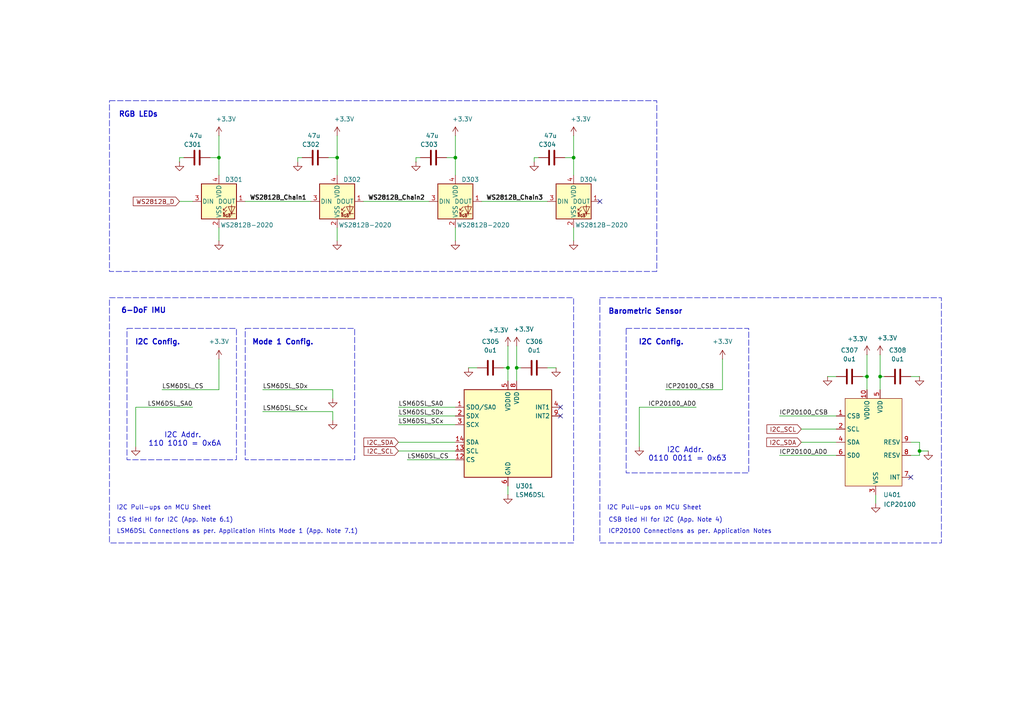
<source format=kicad_sch>
(kicad_sch (version 20231120) (generator "eeschema") (generator_version "8.0")
  (paper "A4")
  (title_block (title "BASM SOUNDCARD") (rev "1") (company "BUCHAREST APPLIED STEAM MUSEUM") (comment 1 "Updated RGB LED P/N to WS2812B-2020"))
  (lib_symbols
    (symbol "Device:C" (pin_numbers hide) (pin_names (offset 0.254))
      (property "Reference" "C" (at 0.635 2.54 0))
      (property "Value" "C" (at 0.635 -2.54 0))
      (symbol "C_0_1"
        (polyline (pts (xy -2.032 -0.762) (xy 2.032 -0.762)) (stroke (width 0.508)))
        (polyline (pts (xy -2.032 0.762) (xy 2.032 0.762)) (stroke (width 0.508)))
      )
      (symbol "C_1_1"
        (pin passive line (at 0 3.81 270) (length 2.794) (name "~") (number "1"))
        (pin passive line (at 0 -3.81 90) (length 2.794) (name "~") (number "2"))
      )
    )
    (symbol "LED:SK6812MINI" (pin_names (offset 0.254))
      (property "Reference" "D" (at 5.08 5.715 0))
      (property "Value" "SK6812MINI" (at 1.27 -5.715 0))
      (symbol "SK6812MINI_0_0"
        (text "RGB" (at 2.286 -4.191 0) (effects (font (size 0.762 0.762))))
      )
      (symbol "SK6812MINI_0_1"
        (polyline (pts (xy 1.27 -3.556) (xy 1.778 -3.556)))
        (polyline (pts (xy 1.27 -2.54) (xy 1.778 -2.54)))
        (polyline (pts (xy 4.699 -3.556) (xy 2.667 -3.556)))
        (polyline (pts (xy 2.286 -2.54) (xy 1.27 -3.556) (xy 1.27 -3.048)))
        (polyline (pts (xy 2.286 -1.524) (xy 1.27 -2.54) (xy 1.27 -2.032)))
        (polyline (pts (xy 3.683 -1.016) (xy 3.683 -3.556) (xy 3.683 -4.064)))
        (polyline (pts (xy 4.699 -1.524) (xy 2.667 -1.524) (xy 3.683 -3.556) (xy 4.699 -1.524)))
        (rectangle (start 5.08 5.08) (end -5.08 -5.08) (stroke (width 0.254)) (fill (type background)))
      )
      (symbol "SK6812MINI_1_1"
        (pin output line (at 7.62 0 180) (length 2.54) (name "DOUT") (number "1"))
        (pin power_in line (at 0 -7.62 90) (length 2.54) (name "VSS") (number "2"))
        (pin input line (at -7.62 0 0) (length 2.54) (name "DIN") (number "3"))
        (pin power_in line (at 0 7.62 270) (length 2.54) (name "VDD") (number "4"))
      )
    )
    (symbol "Sensor_Motion:LSM6DSL"
      (property "Reference" "U" (at -11.43 15.24 0))
      (property "Value" "LSM6DSL" (at -11.43 12.7 0))
      (symbol "LSM6DSL_0_1"
        (rectangle (start -12.7 12.7) (end 12.7 -12.7) (stroke (width 0.254)) (fill (type background)))
      )
      (symbol "LSM6DSL_1_1"
        (pin bidirectional line (at -15.24 7.62 0) (length 2.54) (name "SDO/SA0") (number "1"))
        (pin no_connect line (at 12.7 -5.08 180) (length 3.81) hide (name "NC") (number "10"))
        (pin no_connect line (at 12.7 -2.54 180) (length 3.81) hide (name "NC") (number "11"))
        (pin input line (at -15.24 -7.62 0) (length 2.54) (name "CS") (number "12"))
        (pin input line (at -15.24 -5.08 0) (length 2.54) (name "SCL") (number "13"))
        (pin bidirectional line (at -15.24 -2.54 0) (length 2.54) (name "SDA") (number "14"))
        (pin bidirectional line (at -15.24 5.08 0) (length 2.54) (name "SDX") (number "2"))
        (pin input line (at -15.24 2.54 0) (length 2.54) (name "SCX") (number "3"))
        (pin output line (at 15.24 7.62 180) (length 2.54) (name "INT1") (number "4"))
        (pin power_in line (at 0 15.24 270) (length 2.54) (name "VDDIO") (number "5"))
        (pin power_in line (at 0 -15.24 90) (length 2.54) (name "GND") (number "6"))
        (pin passive line (at 0 -15.24 90) (length 2.54) hide (name "GND") (number "7"))
        (pin power_in line (at 2.54 15.24 270) (length 2.54) (name "VDD") (number "8"))
        (pin output line (at 15.24 5.08 180) (length 2.54) (name "INT2") (number "9"))
      )
    )
    (symbol "TDK:ICP-20100"
      (property "Reference" "U" (at 0 0 0))
      (symbol "ICP-20100_1_1"
        (rectangle (start -20.32 -2.54) (end -3.81 -27.94) (fill (type background)))
        (pin bidirectional line (at -22.86 -7.62 0) (length 2.54) (name "CSB") (number "1"))
        (pin power_in line (at -13.97 0 270) (length 2.54) (name "VDDIO") (number "10"))
        (pin bidirectional line (at -22.86 -11.43 0) (length 2.54) (name "SCL") (number "2"))
        (pin power_in line (at -11.43 -30.48 90) (length 2.54) (name "VSS") (number "3"))
        (pin bidirectional line (at -22.86 -15.24 0) (length 2.54) (name "SDA") (number "4"))
        (pin power_in line (at -10.16 0 270) (length 2.54) (name "VDD") (number "5"))
        (pin bidirectional line (at -22.86 -19.05 0) (length 2.54) (name "SD0") (number "6"))
        (pin output line (at -1.27 -25.4 180) (length 2.54) (name "INT") (number "7"))
        (pin power_in line (at -1.27 -19.05 180) (length 2.54) (name "RESV") (number "8"))
        (pin power_in line (at -1.27 -15.24 180) (length 2.54) (name "RESV") (number "9"))
      )
    )
    (symbol "power:+3.3V" (power) (pin_numbers hide) (pin_names (offset 0) hide)
      (property "Value" "+3.3V" (at 0 3.556 0))
      (symbol "+3.3V_0_1"
        (polyline (pts (xy -0.762 1.27) (xy 0 2.54)))
        (polyline (pts (xy 0 0) (xy 0 2.54)))
        (polyline (pts (xy 0 2.54) (xy 0.762 1.27)))
      )
      (symbol "+3.3V_1_1"
        (pin power_in line (at 0 0 90) (length 0) (name "~") (number "1"))
      )
    )
    (symbol "power:GND" (power) (pin_numbers hide) (pin_names (offset 0) hide)
      (property "Value" "GND" (at 0 -3.81 0))
      (symbol "GND_0_1"
        (polyline (pts (xy 0 0) (xy 0 -1.27) (xy 1.27 -1.27) (xy 0 -2.54) (xy -1.27 -1.27) (xy 0 -1.27)))
      )
      (symbol "GND_1_1"
        (pin power_in line (at 0 0 270) (length 0) (name "~") (number "1"))
      )
    )
  )
  (junction (at 97.79 45.72))
  (junction (at 166.37 45.72))
  (junction (at 149.86 106.68))
  (junction (at 266.7 130.81))
  (junction (at 255.27 109.22))
  (junction (at 63.5 45.72))
  (junction (at 132.08 45.72))
  (junction (at 147.32 106.68))
  (junction (at 251.46 109.22))
  (no_connect (at 162.56 120.65))
  (no_connect (at 264.16 138.43))
  (no_connect (at 173.99 58.42))
  (no_connect (at 162.56 118.11))
  (wire (pts (xy 96.52 115.57) (xy 96.52 113.03)))
  (wire (pts (xy 53.34 45.72) (xy 52.07 45.72)))
  (wire (pts (xy 209.55 113.03) (xy 209.55 104.14)))
  (wire (pts (xy 132.08 45.72) (xy 132.08 50.8)))
  (wire (pts (xy 149.86 100.33) (xy 149.86 106.68)))
  (wire (pts (xy 115.57 123.19) (xy 132.08 123.19)))
  (wire (pts (xy 115.57 118.11) (xy 132.08 118.11)))
  (wire (pts (xy 266.7 130.81) (xy 266.7 128.27)))
  (wire (pts (xy 118.11 133.35) (xy 132.08 133.35)))
  (wire (pts (xy 226.06 132.08) (xy 242.57 132.08)))
  (wire (pts (xy 147.32 100.33) (xy 147.32 106.68)))
  (wire (pts (xy 166.37 66.04) (xy 166.37 69.85)))
  (wire (pts (xy 266.7 130.81) (xy 269.24 130.81)))
  (wire (pts (xy 158.75 106.68) (xy 161.29 106.68)))
  (wire (pts (xy 185.42 118.11) (xy 185.42 129.54)))
  (wire (pts (xy 266.7 132.08) (xy 266.7 130.81)))
  (wire (pts (xy 97.79 45.72) (xy 97.79 39.37)))
  (wire (pts (xy 63.5 113.03) (xy 63.5 104.14)))
  (wire (pts (xy 60.96 45.72) (xy 63.5 45.72)))
  (wire (pts (xy 266.7 128.27) (xy 264.16 128.27)))
  (wire (pts (xy 71.12 58.42) (xy 90.17 58.42)))
  (wire (pts (xy 87.63 45.72) (xy 86.36 45.72)))
  (wire (pts (xy 255.27 109.22) (xy 256.54 109.22)))
  (wire (pts (xy 226.06 120.65) (xy 242.57 120.65)))
  (wire (pts (xy 63.5 45.72) (xy 63.5 50.8)))
  (wire (pts (xy 132.08 66.04) (xy 132.08 69.85)))
  (wire (pts (xy 52.07 45.72) (xy 52.07 46.99)))
  (wire (pts (xy 264.16 109.22) (xy 266.7 109.22)))
  (wire (pts (xy 95.25 45.72) (xy 97.79 45.72)))
  (wire (pts (xy 154.94 45.72) (xy 154.94 46.99)))
  (wire (pts (xy 251.46 109.22) (xy 251.46 113.03)))
  (wire (pts (xy 264.16 132.08) (xy 266.7 132.08)))
  (wire (pts (xy 185.42 118.11) (xy 201.93 118.11)))
  (wire (pts (xy 63.5 45.72) (xy 63.5 39.37)))
  (wire (pts (xy 147.32 106.68) (xy 147.32 110.49)))
  (wire (pts (xy 97.79 66.04) (xy 97.79 69.85)))
  (wire (pts (xy 149.86 106.68) (xy 151.13 106.68)))
  (wire (pts (xy 146.05 106.68) (xy 147.32 106.68)))
  (wire (pts (xy 156.21 45.72) (xy 154.94 45.72)))
  (wire (pts (xy 139.7 58.42) (xy 158.75 58.42)))
  (wire (pts (xy 232.41 128.27) (xy 242.57 128.27)))
  (wire (pts (xy 39.37 118.11) (xy 39.37 129.54)))
  (wire (pts (xy 63.5 66.04) (xy 63.5 69.85)))
  (wire (pts (xy 97.79 45.72) (xy 97.79 50.8)))
  (wire (pts (xy 166.37 45.72) (xy 166.37 50.8)))
  (wire (pts (xy 96.52 121.92) (xy 96.52 119.38)))
  (wire (pts (xy 105.41 58.42) (xy 124.46 58.42)))
  (wire (pts (xy 39.37 118.11) (xy 55.88 118.11)))
  (wire (pts (xy 135.89 106.68) (xy 138.43 106.68)))
  (wire (pts (xy 255.27 109.22) (xy 255.27 113.03)))
  (wire (pts (xy 232.41 124.46) (xy 242.57 124.46)))
  (wire (pts (xy 121.92 45.72) (xy 120.65 45.72)))
  (wire (pts (xy 251.46 102.87) (xy 251.46 109.22)))
  (wire (pts (xy 52.07 58.42) (xy 55.88 58.42)))
  (wire (pts (xy 76.2 113.03) (xy 96.52 113.03)))
  (wire (pts (xy 129.54 45.72) (xy 132.08 45.72)))
  (wire (pts (xy 147.32 140.97) (xy 147.32 143.51)))
  (wire (pts (xy 255.27 102.87) (xy 255.27 109.22)))
  (wire (pts (xy 240.03 109.22) (xy 242.57 109.22)))
  (wire (pts (xy 254 146.05) (xy 254 143.51)))
  (wire (pts (xy 115.57 130.81) (xy 132.08 130.81)))
  (wire (pts (xy 163.83 45.72) (xy 166.37 45.72)))
  (wire (pts (xy 149.86 106.68) (xy 149.86 110.49)))
  (wire (pts (xy 115.57 128.27) (xy 132.08 128.27)))
  (wire (pts (xy 120.65 45.72) (xy 120.65 46.99)))
  (wire (pts (xy 132.08 45.72) (xy 132.08 39.37)))
  (wire (pts (xy 166.37 45.72) (xy 166.37 39.37)))
  (wire (pts (xy 209.55 113.03) (xy 193.04 113.03)))
  (wire (pts (xy 63.5 113.03) (xy 46.99 113.03)))
  (wire (pts (xy 86.36 45.72) (xy 86.36 46.99)))
  (wire (pts (xy 250.19 109.22) (xy 251.46 109.22)))
  (wire (pts (xy 115.57 120.65) (xy 132.08 120.65)))
  (wire (pts (xy 76.2 119.38) (xy 96.52 119.38)))
  (rectangle (start 181.61 95.25) (end 217.17 137.16) (stroke (width 0) (type dash)))
  (rectangle (start 31.75 86.36) (end 166.37 157.48) (stroke (width 0) (type dash)))
  (rectangle (start 36.83 95.25) (end 68.58 133.35) (stroke (width 0) (type dash)))
  (rectangle (start 173.99 86.36) (end 273.05 157.48) (stroke (width 0) (type dash)))
  (rectangle (start 71.12 95.25) (end 102.87 133.35) (stroke (width 0) (type dash)))
  (rectangle (start 31.75 29.21) (end 190.5 78.74) (stroke (width 0) (type dash)))
  (text "I2C Config." (at 45.72 99.314 0) (effects (font (size 1.524 1.524) (thickness 0.3048) (bold yes))))
  (text "CS tied HI for I2C (App. Note 6.1)" (at 50.8 150.876 0) (effects (font (size 1.27 1.27))))
  (text "CSB tied HI for I2C (App. Note 4)" (at 193.04 150.876 0) (effects (font (size 1.27 1.27))))
  (text "I2C Config." (at 191.77 99.314 0) (effects (font (size 1.524 1.524) (thickness 0.3048) (bold yes))))
  (text "Barometric Sensor" (at 187.198 90.424 0) (effects (font (size 1.524 1.524) (thickness 0.3048) (bold yes))))
  (text "RGB LEDs" (at 40.132 33.274 0) (effects (font (size 1.524 1.524) (thickness 0.3048) (bold yes))))
  (text "6-DoF IMU" (at 41.656 90.17 0) (effects (font (size 1.524 1.524) (thickness 0.3048) (bold yes))))
  (text "I2C Pull-ups on MCU Sheet" (at 189.738 147.32 0) (effects (font (size 1.27 1.27))))
  (text "I2C Pull-ups on MCU Sheet" (at 47.498 147.32 0) (effects (font (size 1.27 1.27))))
  (text "I2C Addr. \n0110 0011 = 0x63" (at 199.39 131.826 0) (effects (font (size 1.524 1.524) (thickness 0.1905))))
  (text "I2C Addr. \n110 1010 = 0x6A" (at 53.594 127.508 0) (effects (font (size 1.524 1.524) (thickness 0.1905))))
  (text "LSM6DSL Connections as per. Application Hints Mode 1 (App. Note 7.1)" (at 68.834 154.178 0) (effects (font (size 1.27 1.27))))
  (text "ICP20100 Connections as per. Application Notes" (at 200.152 154.178 0) (effects (font (size 1.27 1.27))))
  (text "Mode 1 Config." (at 82.042 99.314 0) (effects (font (size 1.524 1.524) (thickness 0.3048) (bold yes))))
  (label "LSM6DSL_SDx" (at 76.2 113.03 0))
  (label "LSM6DSL_SA0" (at 55.88 118.11 180))
  (label "ICP20100_CSB" (at 226.06 120.65 0))
  (label "LSM6DSL_CS" (at 118.11 133.35 0))
  (label "LSM6DSL_SCx" (at 76.2 119.38 0))
  (label "WS2812B_Chain2" (at 106.68 58.42 0) (effects (font (thickness 0.254) (bold yes))))
  (label "LSM6DSL_SA0" (at 115.57 118.11 0))
  (label "WS2812B_Chain1" (at 72.39 58.42 0) (effects (font (thickness 0.254) (bold yes))))
  (label "LSM6DSL_CS" (at 46.99 113.03 0))
  (label "LSM6DSL_SCx" (at 115.57 123.19 0))
  (label "LSM6DSL_SDx" (at 115.57 120.65 0))
  (label "ICP20100_AD0" (at 226.06 132.08 0))
  (label "ICP20100_CSB" (at 193.04 113.03 0))
  (label "ICP20100_AD0" (at 201.93 118.11 180))
  (label "WS2812B_Chain3" (at 140.97 58.42 0) (effects (font (thickness 0.254) (bold yes))))
  (global_label "I2C_SCL" (shape input) (at 115.57 130.81 180) (property "Intersheetrefs" "${INTERSHEET_REFS}" (effects (hide yes))))
  (global_label "I2C_SCL" (shape input) (at 232.41 124.46 180) (property "Intersheetrefs" "${INTERSHEET_REFS}" (effects (hide yes))))
  (global_label "WS2812B_D" (shape input) (at 52.07 58.42 180) (property "Intersheetrefs" "${INTERSHEET_REFS}" (effects (hide yes))))
  (global_label "I2C_SDA" (shape input) (at 232.41 128.27 180) (property "Intersheetrefs" "${INTERSHEET_REFS}" (effects (hide yes))))
  (global_label "I2C_SDA" (shape input) (at 115.57 128.27 180) (property "Intersheetrefs" "${INTERSHEET_REFS}" (effects (hide yes))))
  (symbol (lib_id "power:GND") (at 154.94 46.99 0) (unit 1)
    (property "Reference" "#PWR070" (effects (hide yes)))
    (property "Value" "GND" (effects (hide yes)))
    (property "Description" "Power symbol creates a global label with name \"GND\" , ground" (effects (hide yes)))
  )
  (symbol (lib_id "TDK:ICP-20100") (at 265.43 113.03 0) (unit 1)
    (property "Reference" "U401" (at 256.1941 143.51 0) (effects (justify left)))
    (property "Value" "ICP20100" (at 256.286 146.304 0) (effects (justify left)))
    (property "Footprint" "Package_LGA:ST_HLGA-10_2x2mm_P0.5mm_LayoutBorder3x2y" (effects (hide yes)))
  )
  (symbol (lib_id "Device:C") (at 125.73 45.72 90) (unit 1)
    (property "Reference" "C303" (at 127 41.91 90) (effects (justify left)))
    (property "Value" "47u" (at 127.254 39.37 90) (effects (justify left)))
    (property "Footprint" "Capacitor_SMD:C_0603_1608Metric" (effects (hide yes)))
    (property "Description" "Unpolarized capacitor" (effects (hide yes)))
  )
  (symbol (lib_id "power:GND") (at 39.37 129.54 0) (mirror y) (unit 1)
    (property "Reference" "#PWR062" (effects (hide yes)))
    (property "Value" "GND" (effects (hide yes)))
    (property "Description" "Power symbol creates a global label with name \"GND\" , ground" (effects (hide yes)))
  )
  (symbol (lib_id "power:GND") (at 254 146.05 0) (unit 1)
    (property "Reference" "#PWR076" (effects (hide yes)))
    (property "Value" "GND" (effects (hide yes)))
    (property "Description" "Power symbol creates a global label with name \"GND\" , ground" (effects (hide yes)))
  )
  (symbol (lib_id "power:+3.3V") (at 63.5 104.14 0) (unit 1)
    (property "Reference" "#PWR078" (effects (hide yes)))
    (property "Value" "+3.3V" (at 63.5 99.06 0))
    (property "Description" "Power symbol creates a global label with name \"+3.3V\"" (effects (hide yes)))
  )
  (symbol (lib_id "power:+3.3V") (at 166.37 39.37 0) (unit 1)
    (property "Reference" "#PWR071" (effects (hide yes)))
    (property "Value" "+3.3V" (at 168.402 34.544 0))
    (property "Description" "Power symbol creates a global label with name \"+3.3V\"" (effects (hide yes)))
  )
  (symbol (lib_id "power:GND") (at 135.89 106.68 0) (unit 1)
    (property "Reference" "#PWR020" (effects (hide yes)))
    (property "Value" "GND" (effects (hide yes)))
    (property "Description" "Power symbol creates a global label with name \"GND\" , ground" (effects (hide yes)))
  )
  (symbol (lib_id "power:+3.3V") (at 63.5 39.37 0) (unit 1)
    (property "Reference" "#PWR026" (effects (hide yes)))
    (property "Value" "+3.3V" (at 65.532 34.544 0))
    (property "Description" "Power symbol creates a global label with name \"+3.3V\"" (effects (hide yes)))
  )
  (symbol (lib_id "Device:C") (at 57.15 45.72 90) (unit 1)
    (property "Reference" "C301" (at 58.42 41.91 90) (effects (justify left)))
    (property "Value" "47u" (at 58.674 39.37 90) (effects (justify left)))
    (property "Footprint" "Capacitor_SMD:C_0603_1608Metric" (effects (hide yes)))
    (property "Description" "Unpolarized capacitor" (effects (hide yes)))
  )
  (symbol (lib_id "power:GND") (at 96.52 115.57 0) (mirror y) (unit 1)
    (property "Reference" "#PWR018" (effects (hide yes)))
    (property "Value" "GND" (effects (hide yes)))
    (property "Description" "Power symbol creates a global label with name \"GND\" , ground" (effects (hide yes)))
  )
  (symbol (lib_id "LED:SK6812MINI") (at 97.79 58.42 0) (unit 1)
    (property "Reference" "D302" (at 102.108 52.07 0))
    (property "Value" "WS2812B-2020" (at 105.918 65.278 0))
    (property "Footprint" "LED_SMD:LED_WS2812B-2020_PLCC4_2.0x2.0mm" (effects (hide yes)))
    (property "Datasheet" "https://cdn-shop.adafruit.com/product-files/2686/SK6812MINI_REV.01-1-2.pdf" (effects (hide yes)))
    (property "Description" "RGB LED with integrated controller" (effects (hide yes)))
  )
  (symbol (lib_id "Device:C") (at 260.35 109.22 270) (unit 1)
    (property "Reference" "C308" (at 260.35 101.6 90))
    (property "Value" "0u1" (at 260.35 104.14 90))
    (property "Footprint" "Capacitor_SMD:C_0402_1005Metric" (effects (hide yes)))
    (property "Description" "Unpolarized capacitor" (effects (hide yes)))
  )
  (symbol (lib_id "LED:SK6812MINI") (at 166.37 58.42 0) (unit 1)
    (property "Reference" "D304" (at 170.688 52.07 0))
    (property "Value" "WS2812B-2020" (at 174.498 65.278 0))
    (property "Footprint" "LED_SMD:LED_WS2812B-2020_PLCC4_2.0x2.0mm" (effects (hide yes)))
    (property "Datasheet" "https://cdn-shop.adafruit.com/product-files/2686/SK6812MINI_REV.01-1-2.pdf" (effects (hide yes)))
    (property "Description" "RGB LED with integrated controller" (effects (hide yes)))
  )
  (symbol (lib_id "power:GND") (at 120.65 46.99 0) (unit 1)
    (property "Reference" "#PWR057" (effects (hide yes)))
    (property "Value" "GND" (effects (hide yes)))
    (property "Description" "Power symbol creates a global label with name \"GND\" , ground" (effects (hide yes)))
  )
  (symbol (lib_id "Device:C") (at 154.94 106.68 270) (unit 1)
    (property "Reference" "C306" (at 154.94 99.06 90))
    (property "Value" "0u1" (at 154.94 101.6 90))
    (property "Footprint" "Capacitor_SMD:C_0402_1005Metric" (effects (hide yes)))
    (property "Description" "Unpolarized capacitor" (effects (hide yes)))
  )
  (symbol (lib_id "power:GND") (at 266.7 109.22 0) (unit 1)
    (property "Reference" "#PWR075" (effects (hide yes)))
    (property "Value" "GND" (effects (hide yes)))
    (property "Description" "Power symbol creates a global label with name \"GND\" , ground" (effects (hide yes)))
  )
  (symbol (lib_id "power:GND") (at 269.24 130.81 0) (unit 1)
    (property "Reference" "#PWR077" (effects (hide yes)))
    (property "Value" "GND" (effects (hide yes)))
    (property "Description" "Power symbol creates a global label with name \"GND\" , ground" (effects (hide yes)))
  )
  (symbol (lib_id "power:GND") (at 185.42 129.54 0) (mirror y) (unit 1)
    (property "Reference" "#PWR079" (effects (hide yes)))
    (property "Value" "GND" (effects (hide yes)))
    (property "Description" "Power symbol creates a global label with name \"GND\" , ground" (effects (hide yes)))
  )
  (symbol (lib_id "LED:SK6812MINI") (at 63.5 58.42 0) (unit 1)
    (property "Reference" "D301" (at 67.818 52.07 0))
    (property "Value" "WS2812B-2020" (at 71.628 65.278 0))
    (property "Footprint" "LED_SMD:LED_WS2812B-2020_PLCC4_2.0x2.0mm" (effects (hide yes)))
    (property "Datasheet" "https://cdn-shop.adafruit.com/product-files/2686/SK6812MINI_REV.01-1-2.pdf" (effects (hide yes)))
    (property "Description" "RGB LED with integrated controller" (effects (hide yes)))
  )
  (symbol (lib_id "power:GND") (at 132.08 69.85 0) (unit 1)
    (property "Reference" "#PWR029" (effects (hide yes)))
    (property "Value" "GND" (effects (hide yes)))
    (property "Description" "Power symbol creates a global label with name \"GND\" , ground" (effects (hide yes)))
  )
  (symbol (lib_id "LED:SK6812MINI") (at 132.08 58.42 0) (unit 1)
    (property "Reference" "D303" (at 136.398 52.07 0))
    (property "Value" "WS2812B-2020" (at 140.208 65.278 0))
    (property "Footprint" "LED_SMD:LED_WS2812B-2020_PLCC4_2.0x2.0mm" (effects (hide yes)))
    (property "Datasheet" "https://cdn-shop.adafruit.com/product-files/2686/SK6812MINI_REV.01-1-2.pdf" (effects (hide yes)))
    (property "Description" "RGB LED with integrated controller" (effects (hide yes)))
  )
  (symbol (lib_id "power:GND") (at 97.79 69.85 0) (unit 1)
    (property "Reference" "#PWR028" (effects (hide yes)))
    (property "Value" "GND" (effects (hide yes)))
    (property "Description" "Power symbol creates a global label with name \"GND\" , ground" (effects (hide yes)))
  )
  (symbol (lib_id "Device:C") (at 142.24 106.68 270) (unit 1)
    (property "Reference" "C305" (at 142.24 99.06 90))
    (property "Value" "0u1" (at 142.24 101.6 90))
    (property "Footprint" "Capacitor_SMD:C_0402_1005Metric" (effects (hide yes)))
    (property "Description" "Unpolarized capacitor" (effects (hide yes)))
  )
  (symbol (lib_id "power:+3.3V") (at 132.08 39.37 0) (unit 1)
    (property "Reference" "#PWR059" (effects (hide yes)))
    (property "Value" "+3.3V" (at 134.112 34.544 0))
    (property "Description" "Power symbol creates a global label with name \"+3.3V\"" (effects (hide yes)))
  )
  (symbol (lib_id "power:GND") (at 52.07 46.99 0) (unit 1)
    (property "Reference" "#PWR025" (effects (hide yes)))
    (property "Value" "GND" (effects (hide yes)))
    (property "Description" "Power symbol creates a global label with name \"GND\" , ground" (effects (hide yes)))
  )
  (symbol (lib_id "power:GND") (at 147.32 143.51 0) (unit 1)
    (property "Reference" "#PWR022" (effects (hide yes)))
    (property "Value" "GND" (effects (hide yes)))
    (property "Description" "Power symbol creates a global label with name \"GND\" , ground" (effects (hide yes)))
  )
  (symbol (lib_id "power:GND") (at 96.52 121.92 0) (mirror y) (unit 1)
    (property "Reference" "#PWR019" (effects (hide yes)))
    (property "Value" "GND" (effects (hide yes)))
    (property "Description" "Power symbol creates a global label with name \"GND\" , ground" (effects (hide yes)))
  )
  (symbol (lib_id "power:GND") (at 161.29 106.68 0) (unit 1)
    (property "Reference" "#PWR024" (effects (hide yes)))
    (property "Value" "GND" (effects (hide yes)))
    (property "Description" "Power symbol creates a global label with name \"GND\" , ground" (effects (hide yes)))
  )
  (symbol (lib_id "power:+3.3V") (at 251.46 102.87 0) (unit 1)
    (property "Reference" "#PWR072" (effects (hide yes)))
    (property "Value" "+3.3V" (at 248.666 98.298 0))
    (property "Description" "Power symbol creates a global label with name \"+3.3V\"" (effects (hide yes)))
  )
  (symbol (lib_id "Device:C") (at 246.38 109.22 270) (unit 1)
    (property "Reference" "C307" (at 246.38 101.6 90))
    (property "Value" "0u1" (at 246.38 104.14 90))
    (property "Footprint" "Capacitor_SMD:C_0402_1005Metric" (effects (hide yes)))
    (property "Description" "Unpolarized capacitor" (effects (hide yes)))
  )
  (symbol (lib_id "power:+3.3V") (at 147.32 100.33 0) (unit 1)
    (property "Reference" "#PWR021" (effects (hide yes)))
    (property "Value" "+3.3V" (at 144.526 95.758 0))
    (property "Description" "Power symbol creates a global label with name \"+3.3V\"" (effects (hide yes)))
  )
  (symbol (lib_id "power:+3.3V") (at 255.27 102.87 0) (unit 1)
    (property "Reference" "#PWR073" (effects (hide yes)))
    (property "Value" "+3.3V" (at 257.302 98.044 0))
    (property "Description" "Power symbol creates a global label with name \"+3.3V\"" (effects (hide yes)))
  )
  (symbol (lib_id "power:GND") (at 240.03 109.22 0) (unit 1)
    (property "Reference" "#PWR04" (effects (hide yes)))
    (property "Value" "GND" (effects (hide yes)))
    (property "Description" "Power symbol creates a global label with name \"GND\" , ground" (effects (hide yes)))
  )
  (symbol (lib_id "Device:C") (at 91.44 45.72 90) (unit 1)
    (property "Reference" "C302" (at 92.71 41.91 90) (effects (justify left)))
    (property "Value" "47u" (at 92.964 39.37 90) (effects (justify left)))
    (property "Footprint" "Capacitor_SMD:C_0603_1608Metric" (effects (hide yes)))
    (property "Description" "Unpolarized capacitor" (effects (hide yes)))
  )
  (symbol (lib_id "power:GND") (at 63.5 69.85 0) (unit 1)
    (property "Reference" "#PWR027" (effects (hide yes)))
    (property "Value" "GND" (effects (hide yes)))
    (property "Description" "Power symbol creates a global label with name \"GND\" , ground" (effects (hide yes)))
  )
  (symbol (lib_id "Device:C") (at 160.02 45.72 90) (unit 1)
    (property "Reference" "C304" (at 161.29 41.91 90) (effects (justify left)))
    (property "Value" "47u" (at 161.544 39.37 90) (effects (justify left)))
    (property "Footprint" "Capacitor_SMD:C_0603_1608Metric" (effects (hide yes)))
    (property "Description" "Unpolarized capacitor" (effects (hide yes)))
  )
  (symbol (lib_id "power:+3.3V") (at 149.86 100.33 0) (unit 1)
    (property "Reference" "#PWR023" (effects (hide yes)))
    (property "Value" "+3.3V" (at 151.892 95.504 0))
    (property "Description" "Power symbol creates a global label with name \"+3.3V\"" (effects (hide yes)))
  )
  (symbol (lib_id "power:GND") (at 166.37 69.85 0) (unit 1)
    (property "Reference" "#PWR030" (effects (hide yes)))
    (property "Value" "GND" (effects (hide yes)))
    (property "Description" "Power symbol creates a global label with name \"GND\" , ground" (effects (hide yes)))
  )
  (symbol (lib_id "power:GND") (at 86.36 46.99 0) (unit 1)
    (property "Reference" "#PWR046" (effects (hide yes)))
    (property "Value" "GND" (effects (hide yes)))
    (property "Description" "Power symbol creates a global label with name \"GND\" , ground" (effects (hide yes)))
  )
  (symbol (lib_id "power:+3.3V") (at 97.79 39.37 0) (unit 1)
    (property "Reference" "#PWR053" (effects (hide yes)))
    (property "Value" "+3.3V" (at 99.822 34.544 0))
    (property "Description" "Power symbol creates a global label with name \"+3.3V\"" (effects (hide yes)))
  )
  (symbol (lib_id "Sensor_Motion:LSM6DSL") (at 147.32 125.73 0) (unit 1)
    (property "Reference" "U301" (at 149.5141 140.97 0) (effects (justify left)))
    (property "Value" "LSM6DSL" (at 149.5141 143.51 0) (effects (justify left)))
    (property "Footprint" "Package_LGA:LGA-14_3x2.5mm_P0.5mm_LayoutBorder3x4y" (effects (hide yes)))
    (property "Datasheet" "https://www.st.com/resource/en/datasheet/lsm6dsl.pdf" (effects (hide yes)))
    (property "Description" "I2C/SPI, iNEMO inertial module: always-on 3D accelerometer and 3D gyroscope, 1.71V to 3.6V VCC" (effects (hide yes)))
  )
  (symbol (lib_id "power:+3.3V") (at 209.55 104.14 0) (unit 1)
    (property "Reference" "#PWR080" (effects (hide yes)))
    (property "Value" "+3.3V" (at 209.55 99.06 0))
    (property "Description" "Power symbol creates a global label with name \"+3.3V\"" (effects (hide yes)))
  )
)
</source>
